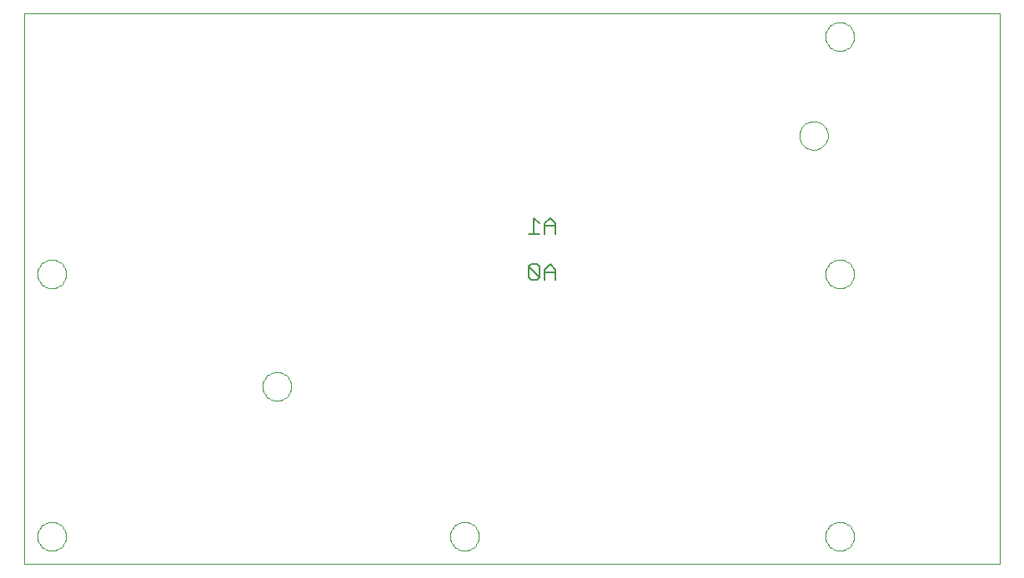
<source format=gbo>
G75*
%MOIN*%
%OFA0B0*%
%FSLAX24Y24*%
%IPPOS*%
%LPD*%
%AMOC8*
5,1,8,0,0,1.08239X$1,22.5*
%
%ADD10C,0.0000*%
%ADD11C,0.0060*%
D10*
X000100Y000185D02*
X000100Y022232D01*
X039076Y022232D01*
X039076Y000185D01*
X000100Y000185D01*
X000623Y001301D02*
X000625Y001348D01*
X000631Y001395D01*
X000640Y001441D01*
X000654Y001486D01*
X000671Y001530D01*
X000692Y001573D01*
X000716Y001613D01*
X000743Y001652D01*
X000774Y001688D01*
X000807Y001721D01*
X000843Y001752D01*
X000882Y001779D01*
X000922Y001803D01*
X000965Y001824D01*
X001009Y001841D01*
X001054Y001855D01*
X001100Y001864D01*
X001147Y001870D01*
X001194Y001872D01*
X001241Y001870D01*
X001288Y001864D01*
X001334Y001855D01*
X001379Y001841D01*
X001423Y001824D01*
X001466Y001803D01*
X001506Y001779D01*
X001545Y001752D01*
X001581Y001721D01*
X001614Y001688D01*
X001645Y001652D01*
X001672Y001613D01*
X001696Y001573D01*
X001717Y001530D01*
X001734Y001486D01*
X001748Y001441D01*
X001757Y001395D01*
X001763Y001348D01*
X001765Y001301D01*
X001763Y001254D01*
X001757Y001207D01*
X001748Y001161D01*
X001734Y001116D01*
X001717Y001072D01*
X001696Y001029D01*
X001672Y000989D01*
X001645Y000950D01*
X001614Y000914D01*
X001581Y000881D01*
X001545Y000850D01*
X001506Y000823D01*
X001466Y000799D01*
X001423Y000778D01*
X001379Y000761D01*
X001334Y000747D01*
X001288Y000738D01*
X001241Y000732D01*
X001194Y000730D01*
X001147Y000732D01*
X001100Y000738D01*
X001054Y000747D01*
X001009Y000761D01*
X000965Y000778D01*
X000922Y000799D01*
X000882Y000823D01*
X000843Y000850D01*
X000807Y000881D01*
X000774Y000914D01*
X000743Y000950D01*
X000716Y000989D01*
X000692Y001029D01*
X000671Y001072D01*
X000654Y001116D01*
X000640Y001161D01*
X000631Y001207D01*
X000625Y001254D01*
X000623Y001301D01*
X009623Y007301D02*
X009625Y007348D01*
X009631Y007395D01*
X009640Y007441D01*
X009654Y007486D01*
X009671Y007530D01*
X009692Y007573D01*
X009716Y007613D01*
X009743Y007652D01*
X009774Y007688D01*
X009807Y007721D01*
X009843Y007752D01*
X009882Y007779D01*
X009922Y007803D01*
X009965Y007824D01*
X010009Y007841D01*
X010054Y007855D01*
X010100Y007864D01*
X010147Y007870D01*
X010194Y007872D01*
X010241Y007870D01*
X010288Y007864D01*
X010334Y007855D01*
X010379Y007841D01*
X010423Y007824D01*
X010466Y007803D01*
X010506Y007779D01*
X010545Y007752D01*
X010581Y007721D01*
X010614Y007688D01*
X010645Y007652D01*
X010672Y007613D01*
X010696Y007573D01*
X010717Y007530D01*
X010734Y007486D01*
X010748Y007441D01*
X010757Y007395D01*
X010763Y007348D01*
X010765Y007301D01*
X010763Y007254D01*
X010757Y007207D01*
X010748Y007161D01*
X010734Y007116D01*
X010717Y007072D01*
X010696Y007029D01*
X010672Y006989D01*
X010645Y006950D01*
X010614Y006914D01*
X010581Y006881D01*
X010545Y006850D01*
X010506Y006823D01*
X010466Y006799D01*
X010423Y006778D01*
X010379Y006761D01*
X010334Y006747D01*
X010288Y006738D01*
X010241Y006732D01*
X010194Y006730D01*
X010147Y006732D01*
X010100Y006738D01*
X010054Y006747D01*
X010009Y006761D01*
X009965Y006778D01*
X009922Y006799D01*
X009882Y006823D01*
X009843Y006850D01*
X009807Y006881D01*
X009774Y006914D01*
X009743Y006950D01*
X009716Y006989D01*
X009692Y007029D01*
X009671Y007072D01*
X009654Y007116D01*
X009640Y007161D01*
X009631Y007207D01*
X009625Y007254D01*
X009623Y007301D01*
X000623Y011801D02*
X000625Y011848D01*
X000631Y011895D01*
X000640Y011941D01*
X000654Y011986D01*
X000671Y012030D01*
X000692Y012073D01*
X000716Y012113D01*
X000743Y012152D01*
X000774Y012188D01*
X000807Y012221D01*
X000843Y012252D01*
X000882Y012279D01*
X000922Y012303D01*
X000965Y012324D01*
X001009Y012341D01*
X001054Y012355D01*
X001100Y012364D01*
X001147Y012370D01*
X001194Y012372D01*
X001241Y012370D01*
X001288Y012364D01*
X001334Y012355D01*
X001379Y012341D01*
X001423Y012324D01*
X001466Y012303D01*
X001506Y012279D01*
X001545Y012252D01*
X001581Y012221D01*
X001614Y012188D01*
X001645Y012152D01*
X001672Y012113D01*
X001696Y012073D01*
X001717Y012030D01*
X001734Y011986D01*
X001748Y011941D01*
X001757Y011895D01*
X001763Y011848D01*
X001765Y011801D01*
X001763Y011754D01*
X001757Y011707D01*
X001748Y011661D01*
X001734Y011616D01*
X001717Y011572D01*
X001696Y011529D01*
X001672Y011489D01*
X001645Y011450D01*
X001614Y011414D01*
X001581Y011381D01*
X001545Y011350D01*
X001506Y011323D01*
X001466Y011299D01*
X001423Y011278D01*
X001379Y011261D01*
X001334Y011247D01*
X001288Y011238D01*
X001241Y011232D01*
X001194Y011230D01*
X001147Y011232D01*
X001100Y011238D01*
X001054Y011247D01*
X001009Y011261D01*
X000965Y011278D01*
X000922Y011299D01*
X000882Y011323D01*
X000843Y011350D01*
X000807Y011381D01*
X000774Y011414D01*
X000743Y011450D01*
X000716Y011489D01*
X000692Y011529D01*
X000671Y011572D01*
X000654Y011616D01*
X000640Y011661D01*
X000631Y011707D01*
X000625Y011754D01*
X000623Y011801D01*
X017123Y001301D02*
X017125Y001348D01*
X017131Y001395D01*
X017140Y001441D01*
X017154Y001486D01*
X017171Y001530D01*
X017192Y001573D01*
X017216Y001613D01*
X017243Y001652D01*
X017274Y001688D01*
X017307Y001721D01*
X017343Y001752D01*
X017382Y001779D01*
X017422Y001803D01*
X017465Y001824D01*
X017509Y001841D01*
X017554Y001855D01*
X017600Y001864D01*
X017647Y001870D01*
X017694Y001872D01*
X017741Y001870D01*
X017788Y001864D01*
X017834Y001855D01*
X017879Y001841D01*
X017923Y001824D01*
X017966Y001803D01*
X018006Y001779D01*
X018045Y001752D01*
X018081Y001721D01*
X018114Y001688D01*
X018145Y001652D01*
X018172Y001613D01*
X018196Y001573D01*
X018217Y001530D01*
X018234Y001486D01*
X018248Y001441D01*
X018257Y001395D01*
X018263Y001348D01*
X018265Y001301D01*
X018263Y001254D01*
X018257Y001207D01*
X018248Y001161D01*
X018234Y001116D01*
X018217Y001072D01*
X018196Y001029D01*
X018172Y000989D01*
X018145Y000950D01*
X018114Y000914D01*
X018081Y000881D01*
X018045Y000850D01*
X018006Y000823D01*
X017966Y000799D01*
X017923Y000778D01*
X017879Y000761D01*
X017834Y000747D01*
X017788Y000738D01*
X017741Y000732D01*
X017694Y000730D01*
X017647Y000732D01*
X017600Y000738D01*
X017554Y000747D01*
X017509Y000761D01*
X017465Y000778D01*
X017422Y000799D01*
X017382Y000823D01*
X017343Y000850D01*
X017307Y000881D01*
X017274Y000914D01*
X017243Y000950D01*
X017216Y000989D01*
X017192Y001029D01*
X017171Y001072D01*
X017154Y001116D01*
X017140Y001161D01*
X017131Y001207D01*
X017125Y001254D01*
X017123Y001301D01*
X032123Y001301D02*
X032125Y001348D01*
X032131Y001395D01*
X032140Y001441D01*
X032154Y001486D01*
X032171Y001530D01*
X032192Y001573D01*
X032216Y001613D01*
X032243Y001652D01*
X032274Y001688D01*
X032307Y001721D01*
X032343Y001752D01*
X032382Y001779D01*
X032422Y001803D01*
X032465Y001824D01*
X032509Y001841D01*
X032554Y001855D01*
X032600Y001864D01*
X032647Y001870D01*
X032694Y001872D01*
X032741Y001870D01*
X032788Y001864D01*
X032834Y001855D01*
X032879Y001841D01*
X032923Y001824D01*
X032966Y001803D01*
X033006Y001779D01*
X033045Y001752D01*
X033081Y001721D01*
X033114Y001688D01*
X033145Y001652D01*
X033172Y001613D01*
X033196Y001573D01*
X033217Y001530D01*
X033234Y001486D01*
X033248Y001441D01*
X033257Y001395D01*
X033263Y001348D01*
X033265Y001301D01*
X033263Y001254D01*
X033257Y001207D01*
X033248Y001161D01*
X033234Y001116D01*
X033217Y001072D01*
X033196Y001029D01*
X033172Y000989D01*
X033145Y000950D01*
X033114Y000914D01*
X033081Y000881D01*
X033045Y000850D01*
X033006Y000823D01*
X032966Y000799D01*
X032923Y000778D01*
X032879Y000761D01*
X032834Y000747D01*
X032788Y000738D01*
X032741Y000732D01*
X032694Y000730D01*
X032647Y000732D01*
X032600Y000738D01*
X032554Y000747D01*
X032509Y000761D01*
X032465Y000778D01*
X032422Y000799D01*
X032382Y000823D01*
X032343Y000850D01*
X032307Y000881D01*
X032274Y000914D01*
X032243Y000950D01*
X032216Y000989D01*
X032192Y001029D01*
X032171Y001072D01*
X032154Y001116D01*
X032140Y001161D01*
X032131Y001207D01*
X032125Y001254D01*
X032123Y001301D01*
X032123Y011801D02*
X032125Y011848D01*
X032131Y011895D01*
X032140Y011941D01*
X032154Y011986D01*
X032171Y012030D01*
X032192Y012073D01*
X032216Y012113D01*
X032243Y012152D01*
X032274Y012188D01*
X032307Y012221D01*
X032343Y012252D01*
X032382Y012279D01*
X032422Y012303D01*
X032465Y012324D01*
X032509Y012341D01*
X032554Y012355D01*
X032600Y012364D01*
X032647Y012370D01*
X032694Y012372D01*
X032741Y012370D01*
X032788Y012364D01*
X032834Y012355D01*
X032879Y012341D01*
X032923Y012324D01*
X032966Y012303D01*
X033006Y012279D01*
X033045Y012252D01*
X033081Y012221D01*
X033114Y012188D01*
X033145Y012152D01*
X033172Y012113D01*
X033196Y012073D01*
X033217Y012030D01*
X033234Y011986D01*
X033248Y011941D01*
X033257Y011895D01*
X033263Y011848D01*
X033265Y011801D01*
X033263Y011754D01*
X033257Y011707D01*
X033248Y011661D01*
X033234Y011616D01*
X033217Y011572D01*
X033196Y011529D01*
X033172Y011489D01*
X033145Y011450D01*
X033114Y011414D01*
X033081Y011381D01*
X033045Y011350D01*
X033006Y011323D01*
X032966Y011299D01*
X032923Y011278D01*
X032879Y011261D01*
X032834Y011247D01*
X032788Y011238D01*
X032741Y011232D01*
X032694Y011230D01*
X032647Y011232D01*
X032600Y011238D01*
X032554Y011247D01*
X032509Y011261D01*
X032465Y011278D01*
X032422Y011299D01*
X032382Y011323D01*
X032343Y011350D01*
X032307Y011381D01*
X032274Y011414D01*
X032243Y011450D01*
X032216Y011489D01*
X032192Y011529D01*
X032171Y011572D01*
X032154Y011616D01*
X032140Y011661D01*
X032131Y011707D01*
X032125Y011754D01*
X032123Y011801D01*
X031080Y017341D02*
X031082Y017388D01*
X031088Y017435D01*
X031097Y017481D01*
X031111Y017526D01*
X031128Y017570D01*
X031149Y017613D01*
X031173Y017653D01*
X031200Y017692D01*
X031231Y017728D01*
X031264Y017761D01*
X031300Y017792D01*
X031339Y017819D01*
X031379Y017843D01*
X031422Y017864D01*
X031466Y017881D01*
X031511Y017895D01*
X031557Y017904D01*
X031604Y017910D01*
X031651Y017912D01*
X031698Y017910D01*
X031745Y017904D01*
X031791Y017895D01*
X031836Y017881D01*
X031880Y017864D01*
X031923Y017843D01*
X031963Y017819D01*
X032002Y017792D01*
X032038Y017761D01*
X032071Y017728D01*
X032102Y017692D01*
X032129Y017653D01*
X032153Y017613D01*
X032174Y017570D01*
X032191Y017526D01*
X032205Y017481D01*
X032214Y017435D01*
X032220Y017388D01*
X032222Y017341D01*
X032220Y017294D01*
X032214Y017247D01*
X032205Y017201D01*
X032191Y017156D01*
X032174Y017112D01*
X032153Y017069D01*
X032129Y017029D01*
X032102Y016990D01*
X032071Y016954D01*
X032038Y016921D01*
X032002Y016890D01*
X031963Y016863D01*
X031923Y016839D01*
X031880Y016818D01*
X031836Y016801D01*
X031791Y016787D01*
X031745Y016778D01*
X031698Y016772D01*
X031651Y016770D01*
X031604Y016772D01*
X031557Y016778D01*
X031511Y016787D01*
X031466Y016801D01*
X031422Y016818D01*
X031379Y016839D01*
X031339Y016863D01*
X031300Y016890D01*
X031264Y016921D01*
X031231Y016954D01*
X031200Y016990D01*
X031173Y017029D01*
X031149Y017069D01*
X031128Y017112D01*
X031111Y017156D01*
X031097Y017201D01*
X031088Y017247D01*
X031082Y017294D01*
X031080Y017341D01*
X032123Y021301D02*
X032125Y021348D01*
X032131Y021395D01*
X032140Y021441D01*
X032154Y021486D01*
X032171Y021530D01*
X032192Y021573D01*
X032216Y021613D01*
X032243Y021652D01*
X032274Y021688D01*
X032307Y021721D01*
X032343Y021752D01*
X032382Y021779D01*
X032422Y021803D01*
X032465Y021824D01*
X032509Y021841D01*
X032554Y021855D01*
X032600Y021864D01*
X032647Y021870D01*
X032694Y021872D01*
X032741Y021870D01*
X032788Y021864D01*
X032834Y021855D01*
X032879Y021841D01*
X032923Y021824D01*
X032966Y021803D01*
X033006Y021779D01*
X033045Y021752D01*
X033081Y021721D01*
X033114Y021688D01*
X033145Y021652D01*
X033172Y021613D01*
X033196Y021573D01*
X033217Y021530D01*
X033234Y021486D01*
X033248Y021441D01*
X033257Y021395D01*
X033263Y021348D01*
X033265Y021301D01*
X033263Y021254D01*
X033257Y021207D01*
X033248Y021161D01*
X033234Y021116D01*
X033217Y021072D01*
X033196Y021029D01*
X033172Y020989D01*
X033145Y020950D01*
X033114Y020914D01*
X033081Y020881D01*
X033045Y020850D01*
X033006Y020823D01*
X032966Y020799D01*
X032923Y020778D01*
X032879Y020761D01*
X032834Y020747D01*
X032788Y020738D01*
X032741Y020732D01*
X032694Y020730D01*
X032647Y020732D01*
X032600Y020738D01*
X032554Y020747D01*
X032509Y020761D01*
X032465Y020778D01*
X032422Y020799D01*
X032382Y020823D01*
X032343Y020850D01*
X032307Y020881D01*
X032274Y020914D01*
X032243Y020950D01*
X032216Y020989D01*
X032192Y021029D01*
X032171Y021072D01*
X032154Y021116D01*
X032140Y021161D01*
X032131Y021207D01*
X032125Y021254D01*
X032123Y021301D01*
D11*
X021330Y013831D02*
X021116Y014045D01*
X020903Y013831D01*
X020903Y013404D01*
X020685Y013404D02*
X020258Y013404D01*
X020472Y013404D02*
X020472Y014045D01*
X020685Y013831D01*
X020903Y013724D02*
X021330Y013724D01*
X021330Y013831D02*
X021330Y013404D01*
X021116Y012194D02*
X020903Y011981D01*
X020903Y011554D01*
X020685Y011660D02*
X020258Y012087D01*
X020258Y011660D01*
X020365Y011554D01*
X020579Y011554D01*
X020685Y011660D01*
X020685Y012087D01*
X020579Y012194D01*
X020365Y012194D01*
X020258Y012087D01*
X020903Y011874D02*
X021330Y011874D01*
X021330Y011981D02*
X021116Y012194D01*
X021330Y011981D02*
X021330Y011554D01*
M02*

</source>
